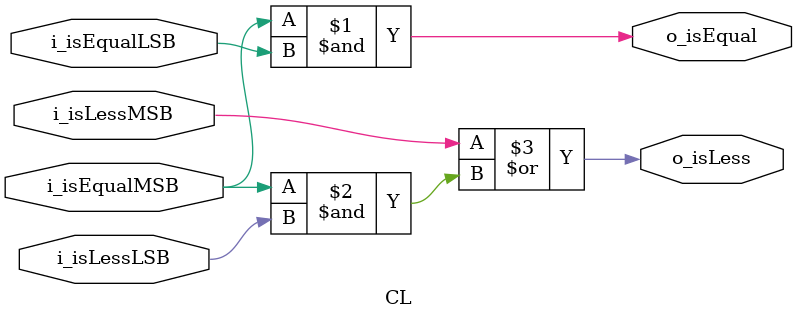
<source format=sv>
module Comparator
# (
    parameter WIDTH = 32)
(
    input  logic [WIDTH-1:0] i_inputA,
    input  logic [WIDTH-1:0] i_inputB,
    output logic             o_isEqual,
    output logic             o_isLess);

    generate

        localparam NUM_LEVELS = $clog2(WIDTH);

        genvar level;
        for (level = 0; level < NUM_LEVELS; level++) begin: L

            localparam NUM_BITS = WIDTH/(2**level)/2;

            logic isEqual[WIDTH/(2**level)/2];
            logic isLess[WIDTH/(2**level)/2];

            genvar bits;
            for (bits = 0; bits < NUM_BITS; bits++) begin: C

                // Primer nivell
                //
                if (level == 0) begin
                    CMP cmp (
                        .i_inputA  (i_inputA[2*bits+1:2*bits]),
                        .i_inputB  (i_inputB[2*bits+1:2*bits]),
                        .o_isEqual (L[level].isEqual[bits]),
                        .o_isLess  (L[level].isLess[bits]));
                end

                // Ultim nivell
                //
                else if (level == NUM_LEVELS-1) begin
                    CL cl(
                        .i_isEqualLSB (L[level-1].isEqual[bits*2]),
                        .i_isLessLSB  (L[level-1].isLess[bits*2]),
                        .i_isEqualMSB (L[level-1].isEqual[bits*2+1]),
                        .i_isLessMSB  (L[level-1].isLess[bits*2+1]),
                        .o_isEqual    (o_isEqual),
                        .o_isLess     (o_isLess));
                end

                // Nivells intermitjos
                //
                else begin
                    CL cl(
                        .i_isEqualLSB (L[level-1].isEqual[bits*2]),
                        .i_isLessLSB  (L[level-1].isLess[bits*2]),
                        .i_isEqualMSB (L[level-1].isEqual[bits*2+1]),
                        .i_isLessMSB  (L[level-1].isLess[bits*2+1]),
                        .o_isEqual    (L[level].isEqual[bits]),
                        .o_isLess     (L[level].isLess[bits]));
                end
            end
        end
    endgenerate


endmodule


module CMP (
    input  logic [1:0] i_inputA,
    input  logic [1:0] i_inputB,
    output logic       o_isEqual,
    output logic       o_isLess);

    assign o_isEqual =
        (~i_inputA[1] & ~i_inputA[0] & ~i_inputB[1] & ~i_inputB[0]) |
        (~i_inputA[1] &  i_inputA[0] & ~i_inputB[1] &  i_inputB[0]) |
        ( i_inputA[1] & ~i_inputA[0] &  i_inputB[1] & ~i_inputB[0]) |
        ( i_inputA[1] &  i_inputA[0] &  i_inputB[1] &  i_inputB[0]);

    assign o_isLess =
        (~i_inputA[1] & ~i_inputA[0] & i_inputB[0]) |
        (~i_inputA[1] &  i_inputB[1]) |
        ( i_inputA[1] & ~i_inputA[0] & i_inputB[1] & i_inputB[0]);

endmodule


module CL (
    input  logic i_isEqualLSB,
    input  logic i_isLessLSB,
    input  logic i_isEqualMSB,
    input  logic i_isLessMSB,
    output logic o_isEqual,
    output logic o_isLess);

    assign o_isEqual = i_isEqualMSB & i_isEqualLSB;
    assign o_isLess = i_isLessMSB | (i_isEqualMSB & i_isLessLSB);

endmodule

</source>
